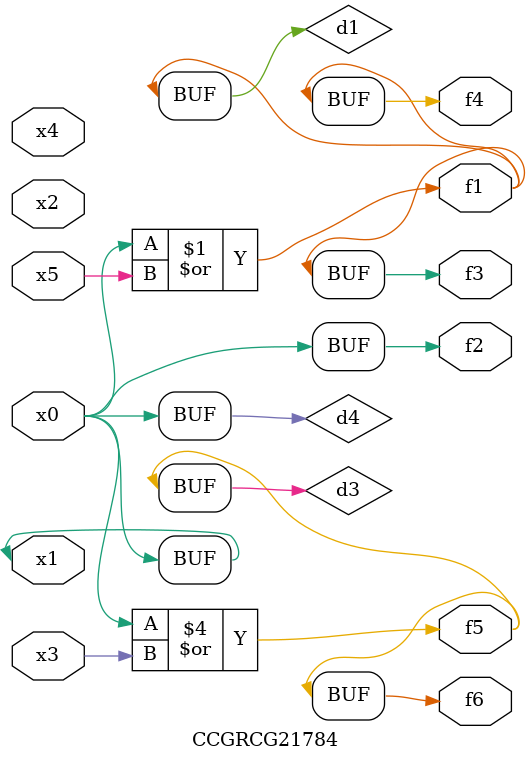
<source format=v>
module CCGRCG21784(
	input x0, x1, x2, x3, x4, x5,
	output f1, f2, f3, f4, f5, f6
);

	wire d1, d2, d3, d4;

	or (d1, x0, x5);
	xnor (d2, x1, x4);
	or (d3, x0, x3);
	buf (d4, x0, x1);
	assign f1 = d1;
	assign f2 = d4;
	assign f3 = d1;
	assign f4 = d1;
	assign f5 = d3;
	assign f6 = d3;
endmodule

</source>
